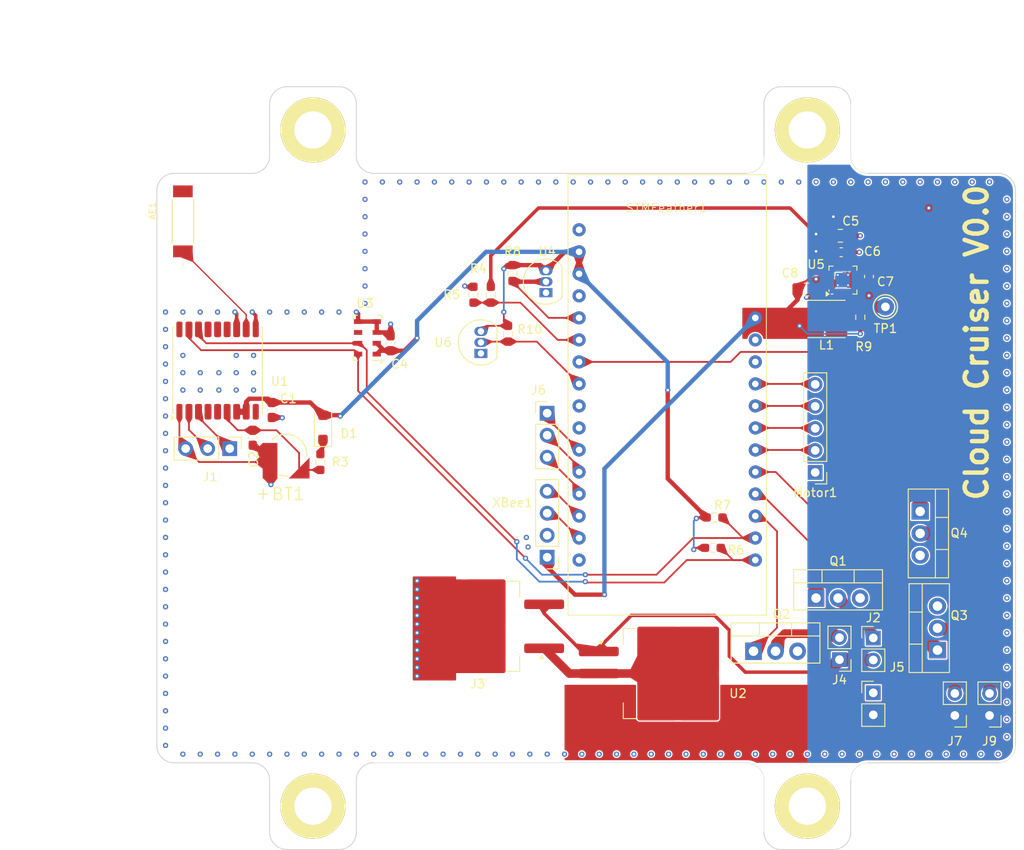
<source format=kicad_pcb>
(kicad_pcb (version 20240108) (generator "pcbnew") (generator_version "8.0")
  (layers (0 "F.Cu" signal) (1 "In1.Cu" signal) (2 "In2.Cu" signal) (31 "B.Cu" signal) (34 "B.Paste" user) (35 "F.Paste" user) (36 "B.SilkS" user "B.Silkscreen") (37 "F.SilkS" user "F.Silkscreen") (38 "B.Mask" user) (39 "F.Mask" user) (44 "Edge.Cuts" user))
  (net 0 "")
  (net 1 "Net-(BT1-+)")
  (net 2 "GND")
  (net 3 "+3.3V")
  (net 4 "+BATT")
  (net 5 "Net-(U5-SS{slash}TR)")
  (net 6 "+5V")
  (net 7 "Net-(D1-K)")
  (net 8 "Net-(J1-Pin_2)")
  (net 9 "Net-(J1-Pin_1)")
  (net 10 "Net-(J2-Pin_1)")
  (net 11 "Net-(J2-Pin_2)")
  (net 12 "Net-(J3-Pin_1)")
  (net 13 "Net-(J4-Pin_2)")
  (net 14 "SPI_MI")
  (net 15 "SPI_SCK")
  (net 16 "SPI_MO")
  (net 17 "/SW")
  (net 18 "NiChr2")
  (net 19 "NiChr1")
  (net 20 "Baro_SDA")
  (net 21 "Baro_SCL")
  (net 22 "Battery_Volt")
  (net 23 "Temp_Data")
  (net 24 "Net-(U5-PG)")
  (net 28 "Net-(AE1-A)")
  (net 34 "Radio_RX")
  (net 35 "Radio_TX")
  (net 36 "motor4")
  (net 37 "motor3")
  (net 38 "motor2")
  (net 42 "motor1")
  (net 45 "Net-(J7-Pin_2)")
  (net 46 "Net-(J9-Pin_2)")
  (net 47 "HeatPad2")
  (net 48 "HeatPad1")
  (net 49 "Temp_Data2")
  (footprint "Inductor_SMD:L_Coilcraft_XxL4040" (layer "F.Cu") (at 177.2 76.8 180)
    (property "Reference" "L1")
    (property "Value" "1uH")
  )
  (footprint "Connector_PinHeader_2.54mm:PinHeader_1x02_P2.54mm_Vertical" (layer "F.Cu") (at 182.6 119.925)
    (property "Reference" "J5")
    (property "Value" "BatteryConn")
  )
  (footprint "mechanical:MountingHole_4.3mm_M4_DIN965_Pad" (layer "F.Cu") (at 175 133 180)
    (property "Reference" "REF**" (hide yes))
    (property "Value" "MountingHole_4.3mm_M4_DIN965_Pad")
  )
  (footprint "Resistor_SMD:R_0603_1608Metric_Pad0.98x0.95mm_HandSolder" (layer "F.Cu") (at 164.1 103.2)
    (property "Reference" "R6")
    (property "Value" "10k")
  )
  (footprint "Capacitor_SMD:C_0603_1608Metric_Pad1.08x0.95mm_HandSolder" (layer "F.Cu") (at 113.25 87.3 -90)
    (property "Reference" "C1")
    (property "Value" "1uF")
  )
  (footprint "Resistor_SMD:R_0603_1608Metric_Pad0.98x0.95mm_HandSolder" (layer "F.Cu") (at 118.85 93.3 90)
    (property "Reference" "R3")
    (property "Value" "3.3k")
  )
  (footprint "Capacitor_SMD:C_0603_1608Metric_Pad1.08x0.95mm_HandSolder" (layer "F.Cu") (at 111.05 90.5 -90)
    (property "Reference" "C2")
    (property "Value" "1uF")
  )
  (footprint "Package_TO_SOT_THT:TO-220-3_Vertical" (layer "F.Cu") (at 168.786676 115.125802)
    (property "Reference" "Q2")
    (property "Value" "IRF540N")
  )
  (footprint "CloudCruiser_footprint:ANT_1575AT_JOT-M" (layer "F.Cu") (at 103 65.537299 90)
    (property "Reference" "AE1")
    (property "Value" "Antenna")
  )
  (footprint "TestPoint:TestPoint_Keystone_5000-5004_Miniature" (layer "F.Cu") (at 184 75.4 180)
    (property "Reference" "TP1")
    (property "Value" "TestPoint")
  )
  (footprint "mechanical:MountingHole_4.3mm_M4_DIN965_Pad" (layer "F.Cu") (at 118 133 180)
    (property "Reference" "REF**" (hide yes))
    (property "Value" "MountingHole_4.3mm_M4_DIN965_Pad")
  )
  (footprint "Resistor_SMD:R_0603_1608Metric_Pad0.98x0.95mm_HandSolder" (layer "F.Cu") (at 181.1 76.6 90)
    (property "Reference" "R9")
    (property "Value" "100k")
  )
  (footprint "Package_TO_SOT_THT:TO-92_Inline" (layer "F.Cu") (at 144.86 73.77 90)
    (property "Reference" "U4")
    (property "Value" "MAX31820")
  )
  (footprint "Connector_PinHeader_2.54mm:PinHeader_1x04_P2.54mm_Vertical" (layer "F.Cu") (at 145 104.29 180)
    (property "Reference" "XBee1")
    (property "Value" "~")
  )
  (footprint "Connector_PinHeader_2.54mm:PinHeader_1x03_P2.54mm_Vertical" (layer "F.Cu") (at 108.4 91.75 -90)
    (property "Reference" "J1")
    (property "Value" "Conn_1x3_Pin")
  )
  (footprint "Connector_PinHeader_2.54mm:PinHeader_1x02_P2.54mm_Vertical" (layer "F.Cu") (at 182.6 113.6)
    (property "Reference" "J2")
    (property "Value" "nichrome_2")
  )
  (footprint "Capacitor_SMD:C_0603_1608Metric_Pad1.08x0.95mm_HandSolder" (layer "F.Cu") (at 178.9 69.1)
    (property "Reference" "C6")
    (property "Value" "0.1uF")
  )
  (footprint "BPP_Lib:BalloonArt_Mask" (layer "F.Cu") (at 188 64.5 90)
    (property "Reference" "REF**" (hide yes))
    (property "Value" "BalloonArt_Mask")
  )
  (footprint "Resistor_SMD:R_0603_1608Metric_Pad0.98x0.95mm_HandSolder" (layer "F.Cu") (at 164.3 99.7)
    (property "Reference" "R7")
    (property "Value" "10k")
  )
  (footprint "Package_LGA:LGA-8_3x5mm_P1.25mm" (layer "F.Cu") (at 124.275 78.975 180)
    (property "Reference" "U3")
    (property "Value" "MS5607-02BA")
  )
  (footprint "Package_TO_SOT_THT:TO-92_Inline" (layer "F.Cu") (at 137.36 80.77 90)
    (property "Reference" "U6")
    (property "Value" "MAX31820")
  )
  (footprint "Connector_PinHeader_2.54mm:PinHeader_1x02_P2.54mm_Vertical" (layer "F.Cu") (at 196 122.54 180)
    (property "Reference" "J9")
    (property "Value" "heatpad2")
  )
  (footprint "Capacitor_SMD:C_0603_1608Metric_Pad1.08x0.95mm_HandSolder" (layer "F.Cu") (at 182.1 71.9 90)
    (property "Reference" "C7")
    (property "Value" "3.3nF")
  )
  (footprint "Connector_PinHeader_2.54mm:PinHeader_1x03_P2.54mm_Vertical" (layer "F.Cu") (at 145 87.67)
    (property "Reference" "J6")
    (property "Value" "SPI")
  )
  (footprint "mechanical:MountingHole_4.3mm_M4_DIN965_Pad" (layer "F.Cu") (at 118 55 180)
    (property "Reference" "REF**" (hide yes))
    (property "Value" "MountingHole_4.3mm_M4_DIN965_Pad")
  )
  (footprint "Resistor_SMD:R_0603_1608Metric_Pad0.98x0.95mm_HandSolder" (layer "F.Cu") (at 141 71.5 90)
    (property "Reference" "R8")
    (property "Value" "4.7k")
  )
  (footprint "Package_DFN_QFN:VQFN-16-1EP_3x3mm_P0.5mm_EP1.68x1.68mm_ThermalVias" (layer "F.Cu") (at 179.1 72.3125 90)
    (property "Reference" "U5")
    (property "Value" "TPS62133")
  )
  (footprint "Resistor_SMD:R_0603_1608Metric_Pad0.98x0.95mm_HandSolder" (layer "F.Cu") (at 138.5 74 90)
    (property "Reference" "R4")
    (property "Value" "15k")
  )
  (footprint "Connector_PinHeader_2.54mm:PinHeader_1x02_P2.54mm_Vertical" (layer "F.Cu") (at 192 122.54 180)
    (property "Reference" "J7")
    (property "Value" "heatpad1")
  )
  (footprint "RF_GPS:ublox_MAX" (layer "F.Cu") (at 107 82.75 90)
    (property "Reference" "U1")
    (property "Value" "MAX-M10S")
  )
  (footprint "mechanical:MountingHole_4.3mm_M4_DIN965_Pad" (layer "F.Cu") (at 175 55 180)
    (property "Reference" "REF**" (hide yes))
    (property "Value" "MountingHole_4.3mm_M4_DIN965_Pad")
  )
  (footprint "Capacitor_SMD:C_0805_2012Metric_Pad1.18x1.45mm_HandSolder" (layer "F.Cu") (at 178.8 67.2)
    (property "Reference" "C5")
    (property "Value" "10uF")
  )
  (footprint "Resistor_SMD:R_0603_1608Metric_Pad0.98x0.95mm_HandSolder" (layer "F.Cu") (at 140.5 78.5 90)
    (property "Reference" "R10")
    (property "Value" "4.7k")
  )
  (footprint "Diode_SMD:D_SOD-123F" (layer "F.Cu") (at 119.15 89.3 90)
    (property "Reference" "D1")
    (property "Value" "D_Schottky")
  )
  (footprint "Connector_PinHeader_2.54mm:PinHeader_1x05_P2.54mm_Vertical" (layer "F.Cu") (at 175.9 94.5 180)
    (property "Reference" "Motor1")
    (property "Value" "~")
  )
  (footprint "Capacitor_SMD:C_0603_1608Metric_Pad1.08x0.95mm_HandSolder" (layer "F.Cu") (at 126.95 79.6 90)
    (property "Reference" "C4")
    (property "Value" "100nf")
  )
  (footprint "CloudCruiser_footprint:Adafruit_FeatherSTM32F405" (layer "F.Cu") (at 158.84 69.05)
    (property "Reference" "STMFeather1")
    (property "Value" "~")
  )
  (footprint "CloudCruiser_footprint:SEIKO_ML414H_IV01E" (layer "F.Cu") (at 114.9 92.5 -90)
    (property "Reference" "BT1")
    (property "Value" "3V")
  )
  (footprint "Package_TO_SOT_SMD:TO-263-3_TabPin2" (layer "F.Cu") (at 158.6 117.7)
    (property "Reference" "U2")
    (property "Value" "LM1084-ADJ")
  )
  (footprint "Package_TO_SOT_THT:TO-220-3_Vertical" (layer "F.Cu") (at 176 109)
    (property "Reference" "Q1")
    (property "Value" "IRF540N")
  )
  (footprint "Connector_PinHeader_2.54mm:PinHeader_1x02_P2.54mm_Vertical" (layer "F.Cu") (at 178.7 116.1 180)
    (property "Reference" "J4")
    (property "Value" "nichrome_1")
  )
  (footprint "Package_TO_SOT_THT:TO-220-3_Vertical" (layer "F.Cu") (at 190 115 90)
    (property "Reference" "Q3")
    (property "Value" "IRF540N")
  )
  (footprint "Package_TO_SOT_SMD:TO-263-2" (layer "F.Cu") (at 137 112.25 180)
    (property "Reference" "J3")
    (property "Value" "idk_con")
  )
  (footprint "Resistor_SMD:R_0603_1608Metric_Pad0.98x0.95mm_HandSolder" (layer "F.Cu") (at 136.5 74 -90)
    (property "Reference" "R5")
    (property "Value" "10k")
  )
  (footprint "Package_TO_SOT_THT:TO-220-3_Vertical" (layer "F.Cu") (at 188 99 -90)
    (property "Reference" "Q4")
    (property "Value" "IRF540N")
  )
  (footprint "Capacitor_SMD:C_0805_2012Metric_Pad1.18x1.45mm_HandSolder" (layer "F.Cu") (at 174.9 73.4 180)
    (property "Reference" "C8")
    (property "Value" "22uF")
  )
  (gr_line (start 115 50) (end 121 50) (stroke (width 0.1)) (layer "Edge.Cuts"))
  (gr_arc (start 170 58) (mid 169.414214 59.414214) (end 168 60) (stroke (width 0.05)) (layer "Edge.Cuts"))
  (gr_arc (start 172 138) (mid 170.585784 137.414215) (end 170 136) (stroke (width 0.1)) (layer "Edge.Cuts"))
  (gr_arc (start 115 138) (mid 113.585784 137.414216) (end 113 136) (stroke (width 0.1)) (layer "Edge.Cuts"))
  (gr_line (start 113 58) (end 113 52) (stroke (width 0.1)) (layer "Edge.Cuts"))
  (gr_line (start 123 52) (end 123 58) (stroke (width 0.1)) (layer "Edge.Cuts"))
  (gr_arc (start 178 50) (mid 179.414214 50.585786) (end 180 52) (stroke (width 0.1)) (layer "Edge.Cuts"))
  (gr_line (start 182 128) (end 197 128) (stroke (width 0.1)) (layer "Edge.Cuts"))
  (gr_line (start 100 62) (end 100 126) (stroke (width 0.1)) (layer "Edge.Cuts"))
  (gr_line (start 102 60) (end 111 60) (stroke (width 0.1)) (layer "Edge.Cuts"))
  (gr_line (start 182 60) (end 197 60) (stroke (width 0.1)) (layer "Edge.Cuts"))
  (gr_arc (start 199 126) (mid 198.414214 127.414214) (end 197 128) (stroke (width 0.05)) (layer "Edge.Cuts"))
  (gr_arc (start 170 52) (mid 170.585786 50.585786) (end 172 50) (stroke (width 0.1)) (layer "Edge.Cuts"))
  (gr_line (start 180 130) (end 180 136) (stroke (width 0.1)) (layer "Edge.Cuts"))
  (gr_line (start 111 128) (end 102 128) (stroke (width 0.1)) (layer "Edge.Cuts"))
  (gr_arc (start 180 130) (mid 180.585786 128.585786) (end 182 128) (stroke (width 0.05)) (layer "Edge.Cuts"))
  (gr_line (start 170 58) (end 170 52) (stroke (width 0.1)) (layer "Edge.Cuts"))
  (gr_arc (start 113 52) (mid 113.585786 50.585786) (end 115 50) (stroke (width 0.1)) (layer "Edge.Cuts"))
  (gr_arc (start 121 50) (mid 122.414214 50.585786) (end 123 52) (stroke (width 0.1)) (layer "Edge.Cuts"))
  (gr_arc (start 102 128) (mid 100.585786 127.414214) (end 100 126) (stroke (width 0.1)) (layer "Edge.Cuts"))
  (gr_arc (start 180 136) (mid 179.414214 137.414214) (end 178 138) (stroke (width 0.1)) (layer "Edge.Cuts"))
  (gr_line (start 113 136) (end 113 130) (stroke (width 0.1)) (layer "Edge.Cuts"))
  (gr_arc (start 123 136) (mid 122.414214 137.414214) (end 121 138) (stroke (width 0.1)) (layer "Edge.Cuts"))
  (gr_line (start 168 128) (end 125 128) (stroke (width 0.05)) (layer "Edge.Cuts"))
  (gr_line (start 121 138) (end 115 138) (stroke (width 0.1)) (layer "Edge.Cuts"))
  (gr_arc (start 100 62) (mid 100.585786 60.585786) (end 102 60) (stroke (width 0.1)) (layer "Edge.Cuts"))
  (gr_arc (start 111 128) (mid 112.414214 128.585786) (end 113 130) (stroke (width 0.1)) (layer "Edge.Cuts"))
  (gr_line (start 125 60) (end 168 60) (stroke (width 0.1)) (layer "Edge.Cuts"))
  (gr_arc (start 197 60) (mid 198.414214 60.585786) (end 199 62) (stroke (width 0.1)) (layer "Edge.Cuts"))
  (gr_line (start 123 130) (end 123 136) (stroke (width 0.1)) (layer "Edge.Cuts"))
  (gr_line (start 178 138) (end 172 138) (stroke (width 0.1)) (layer "Edge.Cuts"))
  (gr_arc (start 113 58) (mid 112.414214 59.414214) (end 111 60) (stroke (width 0.1)) (layer "Edge.Cuts"))
  (gr_arc (start 182 60) (mid 180.585786 59.414214) (end 180 58) (stroke (width 0.05)) (layer "Edge.Cuts"))
  (gr_arc (start 125 60) (mid 123.585785 59.414214) (end 123 58) (stroke (width 0.1)) (layer "Edge.Cuts"))
  (gr_arc (start 168 128) (mid 169.414214 128.585786) (end 170 130) (stroke (width 0.05)) (layer "Edge.Cuts"))
  (gr_line (start 199 126) (end 199 62) (stroke (width 0.1)) (layer "Edge.Cuts"))
  (gr_arc (start 123 130) (mid 123.585786 128.585786) (end 125 128) (stroke (width 0.1)) (layer "Edge.Cuts"))
  (gr_line (start 180 52) (end 180 58) (stroke (width 0.05)) (layer "Edge.Cuts"))
  (gr_line (start 170 136) (end 170 130) (stroke (width 0.05)) (layer "Edge.Cuts"))
  (gr_line (start 172 50) (end 178 50) (stroke (width 0.1)) (layer "Edge.Cuts"))
  (gr_text "Cloud Cruiser V0.0" (at 196 98 90) (layer "F.SilkS") (effects (font (size 2.54 2.54) (thickness 0.508) (bold yes)) (justify left bottom)))
  (segment (start 116.4 92.25) (end 116.4 94) (width 0.2) (layer "F.Cu") (net 1))
  (segment (start 109.3375 89.6375) (end 111.05 89.6375) (width 0.2) (layer "F.Cu") (net 1))
  (segment (start 113.7875 89.6375) (end 116.4 92.25) (width 0.2) (layer "F.Cu") (net 1))
  (segment (start 111.05 89.6375) (end 113.7875 89.6375) (width 0.2) (layer "F.Cu") (net 1))
  (segment (start 117.3875 94.2125) (end 118.85 94.2125) (width 0.2) (layer "F.Cu") (net 1))
  (segment (start 117 94.6) (end 117.3875 94.2125) (width 0.2) (layer "F.Cu") (net 1))
  (segment (start 108.1 88.4) (end 109.3375 89.6375) (width 0.2) (layer "F.Cu") (net 1))
  (segment (start 108.1 87.5) (end 108.1 88.4) (width 0.2) (layer "F.Cu") (net 1))
  (segment (start 116.4 94) (end 117 94.6) (width 0.2) (layer "F.Cu") (net 1))
  (segment (start 114.4125 88.1625) (end 114.45 88.2) (width 0.2) (layer "F.Cu") (net 2))
  (segment (start 177.3 73.4) (end 175.9375 73.4) (width 0.2) (layer "F.Cu") (net 2))
  (segment (start 179.8375 67.2) (end 181.1 67.2) (width 0.4) (layer "F.Cu") (net 2))
  (segment (start 179.1 72.3125) (end 179.69 71.7225) (width 0.2) (layer "F.Cu") (net 2))
  (segment (start 113.15 93.55) (end 113.15 95.9) (width 0.4) (layer "F.Cu") (net 2))
  (segment (start 126.95 78.7375) (end 126.95 77.4) (width 0.5) (layer "F.Cu") (net 2))
  (segment (start 175.9375 72.2625) (end 176 72.2) (width 0.2) (layer "F.Cu") (net 2))
  (segment (start 175.9375 73.4) (end 175.9375 72.2625) (width 0.4) (layer "F.Cu") (net 2))
  (segment (start 178.51 72.9025) (end 177.7975 72.9025) (width 0.2) (layer "F.Cu") (net 2))
  (segment (start 112.9 93.3) (end 113.15 93.55) (width 0.2) (layer "F.Cu") (net 2))
  (segment (start 178.51 72.9025) (end 179.1 72.3125) (width 0.2) (layer "F.Cu") (net 2))
  (segment (start 179.8375 69.025) (end 179.7625 69.1) (width 0.2) (layer "F.Cu") (net 2))
  (segment (start 102.6 91.03) (end 103.32 91.75) (width 0.2) (layer "F.Cu") (net 2))
  (segment (start 111.4 76.4) (end 111 76) (width 0.4) (layer "F.Cu") (net 2))
  (segment (start 113.05 93.15) (end 112.9 93.3) (width 0.2) (layer "F.Cu") (net 2))
  (segment (start 113.25 88.1625) (end 114.4125 88.1625) (width 0.5) (layer "F.Cu") (net 2))
  (segment (start 123.2 77.1) (end 123.2 76.2) (width 0.5) (layer "F.Cu") (net 2))
  (segment (start 113.05 93.15) (end 111.2625 91.3625) (width 0.5) (layer "F.Cu") (net 2))
  (segment (start 125.35 78.35) (end 125.35 77.1) (width 0.5) (layer "F.Cu") (net 2))
  (segment (start 178.51 71.7225) (end 178.51 72.9025) (width 0.2) (layer "F.Cu") (net 2))
  (segment (start 179.69 71.7225) (end 178.51 71.7225) (width 0.2) (layer "F.Cu") (net 2))
  (segment (start 175.8 73.4) (end 174.9 74.3) (width 0.4) (layer "F.Cu") (net 2))
  (segment (start 126.5625 78.35) (end 126.95 78.7375) (width 0.5) (layer "F.Cu") (net 2))
  (segment (start 109.2 78) (end 109.2 76.2) (width 0.4) (layer "F.Cu") (net 2))
  (segment (start 111.2625 91.3625) (end 111.05 91.3625) (width 0.5) (layer "F.Cu") (net 2))
  (segment (start 123.2 76.2) (end 123 76) (width 0.5) (layer "F.Cu") (net 2))
  (segment (start 135.5875 73.0875) (end 135.5 73) (width 0.2) (layer "F.Cu") (net 2))
  (segment (start 178.064386 72.5625) (end 177.6375 72.5625) (width 0.2) (layer "F.Cu") (net 2))
  (segment (start 178.51 71.7225) (end 178.51 72.116886) (width 0.2) (layer "F.Cu") (net 2))
  (segment (start 177.6375 73.0625) (end 177.3 73.4) (width 0.2) (layer "F.Cu") (net 2))
  (segment (start 111.4 78) (end 111.4 76.4) (width 0.4) (layer "F.Cu") (net 2))
  (segment (start 179.8375 67.2) (end 179.8375 69.025) (width 0.2) (layer "F.Cu") (net 2))
  (segment (start 136.5 73.0875) (end 135.5875 73.0875) (width 0.2) (layer "F.Cu") (net 2))
  (segment (start 102.6 87.5) (end 102.6 91.03) (width 0.2) (layer "F.Cu") (net 2))
  (segment (start 103.32 91.75) (end 104.87 93.3) (width 0.2) (layer "F.Cu") (net 2))
  (segment (start 109.2 76.2) (end 109 76) (width 0.4) (layer "F.Cu") (net 2))
  (segment (start 177.7975 72.9025) (end 177.6375 73.0625) (width 0.2) (layer "F.Cu") (net 2))
  (segment (start 175.9375 73.4) (end 175.8 73.4) (width 0.2) (layer "F.Cu") (net 2))
  (segment (start 179.7625 69.1) (end 181 69.1) (width 0.4) (layer "F.Cu") (net 2))
  (segment (start 125.35 78.35) (end 126.5625 78.35) (width 0.5) (layer "F.Cu") (net 2))
  (segment (start 125.35 77.1) (end 123.2 77.1) (width 0.5) (layer "F.Cu") (net 2))
  (segment (start 178.51 72.9025) (end 179.69 72.9025) (width 0.2) (layer "F.Cu") (net 2))
  (segment (start 104.87 93.3) (end 112.9 93.3) (width 0.2) (layer "F.Cu") (net 2))
  (segment (start 178.51 72.116886) (end 178.064386 72.5625) (width 0.2) (layer "F.Cu") (net 2))
  (segment (start 179.69 72.9025) (end 179.1 72.3125) (width 0.2) (layer "F.Cu") (net 2))
  (segment (start 177.6375 73.0625) (end 177.6375 72.5625) (width 0.2) (layer "F.Cu") (net 2))
  (via (at 198 67) (size 0.6) (drill 0.3) (layers "F.Cu" "B.Cu") (net 2))
  (via (at 198 105) (size 0.6) (drill 0.3) (layers "F.Cu" "B.Cu") (net 2))
  (via (at 125 127) (size 0.6) (drill 0.3) (layers "F.Cu" "B.Cu") (net 2))
  (via (at 130 107) (size 0.6) (drill 0.3) (layers "F.Cu" "B.Cu") (net 2))
  (via (at 138 61) (size 0.6) (drill 0.3) (layers "F.Cu" "B.Cu") (net 2))
  (via (at 187 127) (size 0.6) (drill 0.3) (layers "F.Cu" "B.Cu") (net 2))
  (via (at 111.15 85) (size 0.6) (drill 0.3) (layers "F.Cu" "B.Cu") (net 2))
  (via (at 198 121) (size 0.6) (drill 0.3) (layers "F.Cu" "B.Cu") (net 2))
  (via (at 194 61) (size 0.6) (drill 0.3) (layers "F.Cu" "B.Cu") (net 2))
  (via (at 184 61) (size 0.6) (drill 0.3) (layers "F.Cu" "B.Cu") (net 2))
  (via (at 124 65) (size 0.6) (drill 0.3) (layers "F.Cu" "B.Cu") (net 2))
  (via (at 119 76) (size 0.6) (drill 0.3) (layers "F.Cu" "B.Cu") (net 2))
  (via (at 105 127) (size 0.6) (drill 0.3) (layers "F.Cu" "B.Cu") (net 2))
  (via (at 159 127) (size 0.6) (drill 0.3) (layers "F.Cu" "B.Cu") (net 2))
  (via (at 196 61) (size 0.6) (drill 0.3) (layers "F.Cu" "B.Cu") (net 2))
  (via (at 135.5 73) (size 0.6) (drill 0.3) (layers "F.Cu" "B.Cu") (net 2))
  (via (at 198 93) (size 0.6) (drill 0.3) (layers "F.Cu" "B.Cu") (net 2))
  (via (at 124 71) (size 0.6) (drill 0.3) (layers "F.Cu" "B.Cu") (net 2))
  (via (at 103 85) (size 0.6) (drill 0.3) (layers "F.Cu" "B.Cu") (net 2))
  (via (at 152 61) (size 0.6) (drill 0.3) (layers "F.Cu" "B.Cu") (net 2))
  (via (at 130 117) (size 0.6) (drill 0.3) (layers "F.Cu" "B.Cu") (net 2))
  (via (at 173 127) (size 0.6) (drill 0.3) (layers "F.Cu" "B.Cu") (net 2))
  (via (at 111.15 81) (size 0.6) (drill 0.3) (layers "F.Cu" "B.Cu") (net 2))
  (via (at 101 102) (size 0.6) (drill 0.3) (layers "F.Cu" "B.Cu") (net 2))
  (via (at 157 127) (size 0.6) (drill 0.3) (layers "F.Cu" "B.Cu") (net 2))
  (via (at 130 116) (size 0.6) (drill 0.3) (layers "F.Cu" "B.Cu") (net 2))
  (via (at 101 98) (size 0.6) (drill 0.3) (layers "F.Cu" "B.Cu") (net 2))
  (via (at 175 127) (size 0.6) (drill 0.3) (layers "F.Cu" "B.Cu") (net 2))
  (via (at 114.45 88.2) (size 0.6) (drill 0.3) (layers "F.Cu" "B.Cu") (net 2))
  (via (at 103 81) (size 0.6) (drill 0.3) (layers "F.Cu" "B.Cu") (net 2))
  (via (at 171 127) (size 0.6) (drill 0.3) (layers "F.Cu" "B.Cu") (net 2))
  (via (at 113 76) (size 0.6) (drill 0.3) (layers "F.Cu" "B.Cu") (net 2))
  (via (at 124 69) (size 0.6) (drill 0.3) (layers "F.Cu" "B.Cu") (net 2))
  (via (at 130 111) (size 0.6) (drill 0.3) (layers "F.Cu" "B.Cu") (net 2))
  (via (at 162 61) (size 0.6) (drill 0.3) (layers "F.Cu" "B.Cu") (net 2))
  (via (at 189 127) (size 0.6) (drill 0.3) (layers "F.Cu" "B.Cu") (net 2))
  (via (at 147 127) (size 0.6) (drill 0.3) (layers "F.Cu" "B.Cu") (net 2))
  (via (at 130 115) (size 0.6) (drill 0.3) (layers "F.Cu" "B.Cu") (net 2))
  (via (at 101 112) (size 0.6) (drill 0.3) (layers "F.Cu" "B.Cu") (net 2))
  (via (at 198 71) (size 0.6) (drill 0.3) (layers "F.Cu" "B.Cu") (net 2))
  (via (at 139 127) (size 0.6) (drill 0.3) (layers "F.Cu" "B.Cu") (net 2))
  (via (at 198 125) (size 0.6) (drill 0.3) (layers "F.Cu" "B.Cu") (net 2))
  (via (at 192 61) (size 0.6) (drill 0.3) (layers "F.Cu" "B.Cu") (net 2))
  (via (at 178 61) (size 0.6) (drill 0.3) (layers "F.Cu" "B.Cu") (net 2))
  (via (at 158 61) (size 0.6) (drill 0.3) (layers "F.Cu" "B.Cu") (net 2))
  (via (at 177 127) (size 0.6) (drill 0.3) (layers "F.Cu" "B.Cu") (net 2))
  (via (at 153 127) (size 0.6) (drill 0.3) (layers "F.Cu" "B.Cu") (net 2))
  (via (at 198 101) (size 0.6) (drill 0.3) (layers "F.Cu" "B.Cu") (net 2))
  (via (at 124 73) (size 0.6) (drill 0.3) (layers "F.Cu" "B.Cu") (net 2))
  (via (at 130 110) (size 0.6) (drill 0.3) (layers "F.Cu" "B.Cu") (net 2))
  (via (at 103 76) (size 0.6) (drill 0.3) (layers "F.Cu" "B.Cu") (net 2))
  (via (at 101 76) (size 0.6) (drill 0.3) (layers "F.Cu" "B.Cu") (net 2))
  (via (at 198 87) (size 0.6) (drill 0.3) (layers "F.Cu" "B.Cu") (net 2))
  (via (at 109 127) (size 0.6) (drill 0.3) (layers "F.Cu" "B.Cu") (net 2))
  (via (at 113 127) (size 0.6) (drill 0.3) (layers "F.Cu" "B.Cu") (net 2))
  (via (at 198 99) (size 0.6) (drill 0.3) (layers "F.Cu" "B.Cu") (net 2))
  (via (at 191 127) (size 0.6) (drill 0.3) (layers "F.Cu" "B.Cu") (net 2))
  (via (at 103 127) (size 0.6) (drill 0.3) (layers "F.Cu" "B.Cu") (net 2))
  (via (at 182.1 74.1) (size 0.6) (drill 0.3) (layers "F.Cu" "B.Cu") (net 2))
  (via (at 155 127) (size 0.6) (drill 0.3) (layers "F.Cu" "B.Cu") (net 2))
  (via (at 101 110) (size 0.6) (drill 0.3) (layers "F.Cu" "B.Cu") (net 2))
  (via (at 142 61) (size 0.6) (drill 0.3) (layers "F.Cu" "B.Cu") (net 2))
  (via (at 180 61) (size 0.6) (drill 0.3) (layers "F.Cu" "B.Cu") (net 2))
  (via (at 149 127) (size 0.6) (drill 0.3) (layers "F.Cu" "B.Cu") (net 2))
  (via (at 101 84) (size 0.6) (drill 0.3) (layers "F.Cu" "B.Cu") (net 2))
  (via (at 168 61) (size 0.6) (drill 0.3) (layers "F.Cu" "B.Cu") (net 2))
  (via (at 101 92) (size 0.6) (drill 0.3) (layers "F.Cu" "B.Cu") (net 2))
  (via (at 189 64) (size 0.6) (drill 0.3) (layers "F.Cu" "B.Cu") (net 2))
  (via (at 130 113) (size 0.6) (drill 0.3) (layers "F.Cu" "B.Cu") (net 2))
  (via (at 198 65) (size 0.6) (drill 0.3) (layers "F.Cu" "B.Cu") (net 2))
  (via (at 166 61) (size 0.6) (drill 0.3) (layers "F.Cu" "B.Cu") (net 2))
  (via (at 142.6 102) (size 0.6) (drill 0.3) (layers "F.Cu" "B.Cu") (net 2))
  (via (at 150 61) (size 0.6) (drill 0.3) (layers "F.Cu" "B.Cu") (net 2))
  (via (at 148 61) (size 0.6) (drill 0.3) (layers "F.Cu" "B.Cu") (net 2))
  (via (at 109.15 83) (size 0.6) (drill 0.3) (layers "F.Cu" "B.Cu") (net 2))
  (via (at 198 69) (size 0.6) (drill 0.3) (layers "F.Cu" "B.Cu") (net 2))
  (via (at 109.15 81) (size 0.6) (drill 0.3) (layers "F.Cu" "B.Cu") (net 2))
  (via (at 124 61) (size 0.6) (drill 0.3) (layers "F.Cu" "B.Cu") (net 2))
  (via (at 127 127) (size 0.6) (drill 0.3) (layers "F.Cu" "B.Cu") (net 2))
  (via (at 130 61) (size 0.6) (drill 0.3) (layers "F.Cu" "B.Cu") (net 2))
  (via (at 151 127) (size 0.6) (drill 0.3) (layers "F.Cu" "B.Cu") (net 2))
  (via (at 121 76) (size 0.6) (drill 0.3) (layers "F.Cu" "B.Cu") (net 2))
  (via (at 179 127) (size 0.6) (drill 0.3) (layers "F.Cu" "B.Cu") (net 2))
  (via (at 198 83) (size 0.6) (drill 0.3) (layers "F.Cu" "B.Cu") (net 2))
  (via (at 140 61) (size 0.6) (drill 0.3) (layers "F.Cu" "B.Cu") (net 2))
  (via (at 186 61) (size 0.6) (drill 0.3) (layers "F.Cu" "B.Cu") (net 2))
  (via (at 198 73) (size 0.6) (drill 0.3) (layers "F.Cu" "B.Cu") (net 2))
  (via (at 117 76) (size 0.6) (drill 0.3) (layers "F.Cu" "B.Cu") (net 2))
  (via (at 174.9 74.3) (size 0.6) (drill 0.3) (layers "F.Cu" "B.Cu") (net 2))
  (via (at 188 61) (size 0.6) (drill 0.3) (layers "F.Cu" "B.Cu") (net 2))
  (via (at 154 61) (size 0.6) (drill 0.3) (layers "F.Cu" "B.Cu") (net 2))
  (via (at 101 108) (size 0.6) (drill 0.3) (layers "F.Cu" "B.Cu") (net 2))
  (via (at 107 76) (size 0.6) (drill 0.3) (layers "F.Cu" "B.Cu") (net 2))
  (via (at 130 114) (size 0.6) (drill 0.3) (layers "F.Cu" "B.Cu") (net 2))
  (via (at 130 118) (size 0.6) (drill 0.3) (layers "F.Cu" "B.Cu") (net 2))
  (via (at 198 63) (size 0.6) (drill 0.3) (layers "F.Cu" "B.Cu") (net 2))
  (via (at 195 127) (size 0.6) (drill 0.3) (layers "F.Cu" "B.Cu") (net 2))
  (via (at 165 127) (size 0.6) (drill 0.3) (layers "F.Cu" "B.Cu") (net 2))
  (via (at 142.8 103.1) (size 0.6) (drill 0.3) (layers "F.Cu" "B.Cu") (net 2))
  (via (at 101 122) (size 0.6) (drill 0.3) (layers "F.Cu" "B.Cu") (net 2))
  (via (at 128 61) (size 0.6) (drill 0.3) (layers "F.Cu" "B.Cu") (net 2))
  (via (at 146 61) (size 0.6) (drill 0.3) (layers "F.Cu" "B.Cu") (net 2))
  (via (at 101 78) (size 0.6) (drill 0.3) (layers "F.Cu" "B.Cu") (net 2))
  (via (at 198 75) (size 0.6) (drill 0.3) (layers "F.Cu" "B.Cu") (net 2))
  (via (at 198 109) (size 0.6) (drill 0.3) (layers "F.Cu" "B.Cu") (net 2))
  (via (at 198 85) (size 0.6) (drill 0.3) (layers "F.Cu" "B.Cu") (net 2))
  (via (at 198 119) (size 0.6) (drill 0.3) (layers "F.Cu" "B.Cu") (net 2))
  (via (at 145 127) (size 0.6) (drill 0.3) (layers "F.Cu" "B.Cu") (net 2))
  (via (at 130 112) (size 0.6) (drill 0.3) (layers "F.Cu" "B.Cu") (net 2))
  (via (at 134 61) (size 0.6) (drill 0.3) (layers "F.Cu" "B.Cu") (net 2))
  (via (at 107.15 83) (size 0.6) (drill 0.3) (layers "F.Cu" "B.Cu") (net 2))
  (via (at 107.15 85) (size 0.6) (drill 0.3) (layers "F.Cu" "B.Cu") (net 2))
  (via (at 109.15 85) (size 0.6) (drill 0.3) (layers "F.Cu" "B.Cu") (net 2))
  (via (at 123 76) (size 0.6) (drill 0.3) (layers "F.Cu" "B.Cu") (net 2))
  (via (at 115 76) (size 0.6) (drill 0.3) (layers "F.Cu" "B.Cu") (net 2))
  (via (at 198 97) (size 0.6) (drill 0.3) (layers "F.Cu" "B.Cu") (net 2))
  (via (at 182 61) (size 0.6) (drill 0.3) (layers "F.Cu" "B.Cu") (net 2))
  (via (at 117 127) (size 0.6) (drill 0.3) (layers "F.Cu" "B.Cu") (net 2))
  (via (at 129 127) (size 0.6) (drill 0.3) (layers "F.Cu" "B.Cu") (net 2))
  (via (at 198 113) (size 0.6) (drill 0.3) (layers "F.Cu" "B.Cu") (net 2))
  (via (at 161 127) (size 0.6) (drill 0.3) (layers "F.Cu" "B.Cu") (net 2))
  (via (at 190 61) (size 0.6) (drill 0.3) (layers "F.Cu" "B.Cu") (net 2))
  (via (at 181 69.1) (size 0.6) (drill 0.3) (layers "F.Cu" "B.Cu") (net 2))
  (via (at 163 127) (size 0.6) (drill 0.3) (layers "F.Cu" "B.Cu") (net 2))
  (via (at 101 124) (size 0.6) (drill 0.3) (layers "F.Cu" "B.Cu") (net 2))
  (via (at 101 100) (size 0.6) (drill 0.3) (layers "F.Cu" "B.Cu") (net 2))
  (via (at 141 127) (size 0.6) (drill 0.3) (layers "F.Cu" "B.Cu") (net 2))
  (via (at 119 127) (size 0.6) (drill 0.3) (layers "F.Cu" "B.Cu") (net 2))
  (via (at 198 111) (size 0.6) (drill 0.3) (layers "F.Cu" "B.Cu") (net 2))
  (via (at 176 72.2) (size 0.6) (drill 0.3) (layers "F.Cu" "B.Cu") (net 2))
  (via (at 136 61) (size 0.6) (drill 0.3) (layers "F.Cu" "B.Cu") (net 2))
  (via (at 133 127) (size 0.6) (drill 0.3) (layers "F.Cu" "B.Cu") (net 2))
  (via (at 198 95) (size 0.6) (drill 0.3) (layers "F.Cu" "B.Cu") (net 2))
  (via (at 101 94) (size 0.6) (drill 0.3) (layers "F.Cu" "B.Cu") (net 2))
  (via (at 111.15 83) (size 0.6) (drill 0.3) (layers "F.Cu" "B.Cu") (net 2))
  (via (at 105 85) (size 0.6) (drill 0.3) (layers "F.Cu" "B.Cu") (net 2))
  (via (at 126 61) (size 0.6) (drill 0.3) (layers "F.Cu" "B.Cu") (net 2))
  (via (at 105 76) (size 0.6) (drill 0.3) (layers "F.Cu" "B.Cu") (net 2))
  (via (at 101 80) (size 0.6) (drill 0.3) (layers "F.Cu" "B.Cu") (net 2))
  (via (at 101 114) (size 0.6) (drill 0.3) (layers "F.Cu" "B.Cu") (net 2))
  (via (at 103 83) (size 0.6) (drill 0.3) (layers "F.Cu" "B.Cu") (net 2))
  (via (at 101 120) (size 0.6) (drill 0.3) (layers "F.Cu" "B.Cu") (net 2))
  (via (at 101 104) (size 0.6) (drill 0.3) (layers "F.Cu" "B.Cu") (net 2))
  (via (at 172 61) (size 0.6) (drill 0.3) (layers "F.Cu" "B.Cu") (net 2))
  (via (at 101 126) (size 0.6) (drill 0.3) (layers "F.Cu" "B.Cu") (net 2))
  (via (at 124 67) (size 0.6) (drill 0.3) (layers "F.Cu" "B.Cu") (net 2))
  (via (at 198 107) (size 0.6) (drill 0.3) (layers "F.Cu" "B.Cu") (net 2))
  (via (at 101 88) (size 0.6) (drill 0.3) (layers "F.Cu" "B.Cu") (net 2))
  (via (at 101 118) (size 0.6) (drill 0.3) (layers "F.Cu" "B.Cu") (net 2))
  (via (at 111 76) (size 0.6) (drill 0.3) (layers "F.Cu" "B.Cu") (net 2))
  (via (at 198 103) (size 0.6) (drill 0.3) (layers "F.Cu" "B.Cu") (net 2))
  (via (at 198 123) (size 0.6) (drill 0.3) (layers "F.Cu" "B.Cu") (net 2))
  (via (at 132 61) (size 0.6) (drill 0.3) (layers "F.Cu" "B.Cu") (net 2))
  (via (at 160 61) (size 0.6) (drill 0.3) (layers "F.Cu" "B.Cu") (net 2))
  (via (at 121 127) (size 0.6) (drill 0.3) (layers "F.Cu" "B.Cu") (net 2))
  (via (at 109 76) (size 0.6) (drill 0.3) (layers "F.Cu" "B.Cu") (net 2))
  (via (at 107 127) (size 0.6) (drill 0.3) (layers "F.Cu" "B.Cu") (net 2))
  (via (at 130 109) (size 0.6) (drill 0.3) (layers "F.Cu" "B.Cu") (net 2))
  (via (at 156 61) (size 0.6) (drill 0.3) (layers "F.Cu" "B.Cu") (net 2))
  (via (at 198 117) (size 0.6) (drill 0.3) (layers "F.Cu" "B.Cu") (net 2))
  (via (at 164 61) (size 0.6) (drill 0.3) (layers "F.Cu" "B.Cu") (net 2))
  (via (at 135 127) (size 0.6) (drill 0.3) (layers "F.Cu" "B.Cu") (net 2))
  (via (at 198 79) (size 0.6) (drill 0.3) (layers "F.Cu" "B.Cu") (net 2))
  (via (at 174 61) (size 0.6) (drill 0.3) (layers "F.Cu" "B.Cu") (net 2))
  (via (at 105 83) (size 0.6) (drill 0.3) (layers "F.Cu" "B.Cu") (net 2))
  (via (at 176 61) (size 0.6) (drill 0.3) (layers "F.Cu" "B.Cu") (net 2))
  (via (at 131 127) (size 0.6) (drill 0.3) (layers "F.Cu" "B.Cu") (net 2))
  (via (at 144 61) (size 0.6) (drill 0.3) (layers "F.Cu" "B.Cu") (net 2))
  (via (at 101 96) (size 0.6) (drill 0.3) (layers "F.Cu" "B.Cu") (net 2))
  (via (at 185 127) (size 0.6) (drill 0.3) (layers "F.Cu" "B.Cu") (net 2))
  (via (at 130 108) (size 0.6) (drill 0.3) (layers "F.Cu" "B.Cu") (net 2))
  (via (at 170 61) (size 0.6) (drill 0.3) (layers "F.Cu" "B.Cu") (net 2))
  (via (at 101 116) (size 0.6) (drill 0.3) (layers "F.Cu" "B.Cu") (net 2))
  (via (at 198 89) (size 0.6) (drill 0.3) (layers "F.Cu" "B.Cu") (net 2))
  (via (at 193 127) (size 0.6) (drill 0.3) (layers "F.Cu" "B.Cu") (net 2))
  (via (at 113.15 95.9) (size 0.6) (drill 0.3) (layers "F.Cu" "B.Cu") (net 2))
  (via (at 181.1 67.2) (size 0.6) (drill 0.3) (layers "F.Cu" "B.Cu") (net 2))
  (via (at 169 127) (size 0.6) (drill 0.3) (layers "F.Cu" "B.Cu") (net 2))
  (via (at 126.95 77.4) (size 0.6) (drill 0.3) (layers "F.Cu" "B.Cu") (net 2))
  (via (at 101 106) (size 0.6) (drill 0.3) (layers "F.Cu" "B.Cu") (net 2))
  (via (at 198 81) (size 0.6) (drill 0.3) (layers "F.Cu" "B.Cu") (net 2))
  (via (at 183 127) (size 0.6) (drill 0.3) (layers "F.Cu" "B.Cu") (net 2))
  (via (at 137 127) (size 0.6) (drill 0.3) (layers "F.Cu" "B.Cu") (net 2))
  (via (at 198 115) (size 0.6) (drill 0.3) (layers "F.Cu" "B.Cu") (net 2))
  (via (at 124 63) (size 0.6) (drill 0.3) (layers "F.Cu" "B.Cu") (net 2))
  (via (at 181 127) (size 0.6) (drill 0.3) (layers "F.Cu" "B.Cu") (net 2))
  (via (at 167 127) (size 0.6) (drill 0.3) (layers "F.Cu" "B.Cu") (net 2))
  (via (at 198 91) (size 0.6) (drill 0.3) (layers "F.Cu" "B.Cu") (net 2))
  (via (at 124 75) (size 0.6) (drill 0.3) (layers "F.Cu" "B.Cu") (net 2))
  (via (at 115 127) (size 0.6) (drill 0.3) (layers "F.Cu" "B.Cu") (net 2))
  (via (at 111 127) (size 0.6) (drill 0.3) (layers "F.Cu" "B.Cu") (net 2))
  (via (at 101 86) (size 0.6) (drill 0.3) (layers "F.Cu" "B.Cu") (net 2))
  (via (at 197 127) (size 0.6) (drill 0.3) (layers "F.Cu" "B.Cu") (net 2))
  (via (at 143 127) (size 0.6) (drill 0.3) (layers "F.Cu" "B.Cu") (net 2))
  (via (at 101 82) (size 0.6) (drill 0.3) (layers "F.Cu" "B.Cu") (net 2))
  (via (at 101 90) (size 0.6) (drill 0.3) (layers "F.Cu" "B.Cu") (net 2))
  (via (at 198 77) (size 0.6) (drill 0.3) (layers "F.Cu" "B.Cu") (net 2))
  (via (at 123 127) (size 0.6) (drill 0.3) (layers "F.Cu" "B.Cu") (net 2))
  (segment (start 125.7375 80.4625) (end 125.35 80.85) (width 0.5) (layer "F.Cu") (net 3))
  (segment (start 112.8125 86) (end 113.25 86.4375) (width 0.5) (layer "F.Cu") (net 3))
  (segment (start 126.2125 80.4625) (end 125.35 79.6) (width 0.5) (layer "F.Cu") (net 3))
  (segment (start 110.3 86.35) (end 110.65 86) (width 0.5) (layer "F.Cu") (net 3))
  (segment (start 126.95 80.4625) (end 126.2125 80.4625) (width 0.5) (layer "F.Cu") (net 3))
  (segment (start 162.1 103.2) (end 161.9 103.4) (width 0.2) (layer "F.Cu") (net 3))
  (segment (start 140.5 77.5875) (end 138.0025 77.5875) (width 0.2) (layer "F.Cu") (net 3))
  (segment (start 158.9 85) (end 158.9 95.2125) (width 0.5) (layer "F.Cu") (net 3))
  (segment (start 121.05 87.9) (end 121.15 88) (width 0.5) (layer "F.Cu") (net 3))
  (segment (start 163.1875 103.2) (end 162.1 103.2) (width 0.2) (layer "F.Cu") (net 3))
  (segment (start 113.25 86.4375) (end 117.6875 86.4375) (width 0.5) (layer "F.Cu") (net 3))
  (segment (start 147.04 69.05) (end 144.86 71.23) (width 0.5) (layer "F.Cu") (net 3))
  (segment (start 117.6875 86.4375) (end 119.15 87.9) (width 0.5) (layer "F.Cu") (net 3))
  (segment (start 140 77.0875) (end 140 76) (width 0.2) (layer "F.Cu") (net 3))
  (segment (start 126.95 80.4625) (end 128.5375 80.4625) (width 0.5) (layer "F.Cu") (net 3))
  (segment (start 148.68 69.05) (end 148.68 71.59) (width 0.5) (layer "F.Cu") (net 3))
  (segment (start 158.9 95.2125) (end 163.3875 99.7) (width 0.5) (layer "F.Cu") (net 3))
  (segment (start 148.68 69.05) (end 147.04 69.05) (width 0.5) (layer "F.Cu") (net 3))
  (segment (start 141 70.5875) (end 144.2175 70.5875) (width 0.5) (layer "F.Cu") (net 3))
  (segment (start 144.2175 70.5875) (end 144.86 71.23) (width 0.5) (layer "F.Cu") (net 3))
  (segment (start 162.3 99.7) (end 162.2 99.8) (width 0.2) (layer "F.Cu") (net 3))
  (segment (start 109.2 87.5) (end 110.3 87.5) (width 0.5) (layer "F.Cu") (net 3))
  (segment (start 140.4125 70.5875) (end 140 71) (width 0.5) (layer "F.Cu") (net 3))
  (segment (start 119.15 87.9) (end 121.05 87.9) (width 0.5) (layer "F.Cu") (net 3))
  (segment (start 110.65 86) (end 112.8125 86) (width 0.5) (layer "F.Cu") (net 3))
  (segment (start 138.0025 77.5875) (end 137.36 78.23) (width 0.2) (layer "F.Cu") (net 3))
  (segment (start 126.2125 80.4625) (end 125.7375 80.4625) (width 0.5) (layer "F.Cu") (net 3))
  (segment (start 110.3 87.5) (end 110.3 86.35) (width 0.5) (layer "F.Cu") (net 3))
  (segment (start 141 70.5875) (end 140.4125 70.5875) (width 0.5) (layer "F.Cu") (net 3))
  (segment (start 163.3875 99.7) (end 162.3 99.7) (width 0.2) (layer "F.Cu") (net 3))
  (segment (start 128.5375 80.4625) (end 130 79) (width 0.5) (layer "F.Cu") (net 3))
  (segment (start 140.5 77.5875) (end 140 77.0875) (width 0.2) (layer "F.Cu") (net 3))
  (via (at 161.9 103.4) (size 0.6) (drill 0.3) (layers "F.Cu" "B.Cu") (net 3))
  (via (at 121.15 88) (size 0.6) (drill 0.3) (layers "F.Cu" "B.Cu") (net 3))
  (via (at 130 79) (size 0.6) (drill 0.3) (layers "F.Cu" "B.Cu") (net 3))
  (via (at 140 76) (size 0.6) (drill 0.3) (layers "F.Cu" "B.Cu") (net 3))
  (via (at 162.2 99.8) (size 0.6) (drill 0.3) (layers "F.Cu" "B.Cu") (net 3))
  (via (at 140 71) (size 0.6) (drill 0.3) (layers "F.Cu" "B.Cu") (net 3))
  (via (at 158.9 85) (size 0.6) (drill 0.3) (layers "F.Cu" "B.Cu") (net 3))
  (segment (start 148.68 71.59) (end 158.9 81.81) (width 0.5) (layer "B.Cu") (net 3))
  (segment (start 161.9 100.1) (end 162.2 99.8) (width 0.2) (layer "B.Cu") (net 3))
  (segment (start 140 76) (end 140 71) (width 0.2) (layer "B.Cu") (net 3))
  (segment (start 161.9 103.4) (end 161.9 100.1) (width 0.2) (layer "B.Cu") (net 3))
  (segment (start 130 77) (end 130 79) (width 0.5) (layer "B.Cu") (net 3))
  (segment (start 130 79.15) (end 121.15 88) (width 0.5) (layer "B.Cu") (net 3))
  (segment (start 137.95 69.05) (end 148.68 69.05) (width 0.5) (layer "B.Cu") (net 3))
  (segment (start 158.9 81.81) (end 158.9 85) (width 0.5) (layer "B.Cu") (net 3))
  (segment (start 130 77) (end 137.95 69.05) (width 0.5) (layer "B.Cu") (net 3))
  (segment (start 130 79) (end 130 79.15) (width 0.5) (layer "B.Cu") (net 3))
  (segment (start 178.35 69.4125) (end 178.0375 69.1) (width 0.2) (layer "F.Cu") (net 4))
  (segment (start 177.6375 71.5625) (end 178.35 70.85) (width 0.2) (layer "F.Cu") (net 4))
  (segment (start 177.7625 65.2375) (end 178 65) (width 0.2) (layer "F.Cu") (net 4))
  (segment (start 178.35 70.85) (end 178.35 69.4125) (width 0.2) (layer "F.Cu") (net 4))
  (segment (start 177.9375 69) (end 176 69) (width 0.2) (layer "F.Cu") (net 4))
  (segment (start 178.85 70.85) (end 179.35 70.85) (width 0.2) (layer "F.Cu") (net 4))
  (segment (start 138.5 73.0875) (end 138.5 69.5) (width 0.4) (layer "F.Cu") (net 4))
  (segment (start 178.35 70.85) (end 178.85 70.85) (width 0.2) (layer "F.Cu") (net 4))
  (segment (start 177.7625 67.2) (end 177.7625 65.2375) (width 0.2) (layer "F.Cu") (net 4))
  (segment (start 138.5 69.5) (end 144 64) (width 0.4) (layer "F.Cu") (net 4))
  (segment (start 177.7625 67.2) (end 177.7625 68.825) (width 0.2) (layer "F.Cu") (net 4))
  (segment (start 173 64) (end 176 67) (width 0.4) (layer "F.Cu") (net 4))
  (segment (start 177.7625 67.2) (end 176.2 67.2) (width 0.2) (layer "F.Cu") (net 4))
  (segment (start 177.7625 68.825) (end 178.0375 69.1) (width 0.2) (layer "F.Cu") (net 4))
  (segment (start 176.2 67.2) (end 176 67) (width 0.2) (layer "F.Cu") (net 4))
  (segment (start 178.0375 69.1) (end 177.9375 69) (width 0.2) (layer "F.Cu") (net 4))
  (segment (start 144 64) (end 173 64) (width 0.4) (layer "F.Cu") (net 4))
  (via (at 176 69) (size 0.6) (drill 0.3) (layers "F.Cu" "B.Cu") (net 4))
  (via (at 178 65) (size 0.6) (drill 0.3) (layers "F.Cu" "B.Cu") (net 4))
  (via (at 176 67) (size 0.6) (drill 0.3) (layers "F.Cu" "B.Cu") (net 4))
  (segment (start 179.85 70.85) (end 181.9125 70.85) (width 0.2) (layer "F.Cu") (net 5))
  (segment (start 181.9125 70.85) (end 182.1 71.0375) (width 0.2) (layer "F.Cu") (net 5))
  (segment (start 171 76.67) (end 169 76.67) (width 0.5) (layer "F.Cu") (net 6))
  (segment (start 181.1 77.5125) (end 181.1 78.5) (width 0.2) (layer "F.Cu") (net 6))
  (segment (start 173.8625 74.5875) (end 173.8625 73.4) (width 0.5) (layer "F.Cu") (net 6))
  (segment (start 169.13 76.8) (end 169 76.67) (width 0.5) (layer "F.Cu") (net 6))
  (segment (start 173.8625 74.5875) (end 171.78 76.67) (width 0.5) (layer "F.Cu") (net 6))
  (segment (start 174.1 77.6) (end 173.17 76.67) (width 0.2) (layer "F.Cu") (net 6))
  (segment (start 176.5 71.6) (end 175.6625 71.6) (width 0.2) (layer "F.Cu") (net 6))
  (segment (start 145 105.4) (end 148.2 108.6) (width 0.5) (layer "F.Cu") (net 6))
  (segment (start 148.2 108.6) (end 151.6 108.6) (width 0.5) (layer "F.Cu") (net 6))
  (segment (start 171 76.67) (end 175.885 76.67) (width 0.5) (layer "F.Cu") (net 6))
  (segment (start 173.17 76.67) (end 171.78 76.67) (width 0.2) (layer "F.Cu") (net 6))
  (segment (start 171.78 76.67) (end 171 76.67) (width 0.5) (layer "F.Cu") (net 6))
  (segment (start 175.6625 71.6) (end 173.8625 73.4) (width 0.2) (layer "F.Cu") (net 6))
  (segment (start 145 104.29) (end 145 105.4) (width 0.5) (layer "F.Cu") (net 6))
  (segment (start 176.9625 72.0625) (end 176.5 71.6) (width 0.2) (layer "F.Cu") (net 6))
  (segment (start 175.885 76.67) (end 176.015 76.8) (width 0.5) (layer "F.Cu") (net 6))
  (segment (start 177.6375 72.0625) (end 176.9625 72.0625) (width 0.2) (layer "F.Cu") (net 6))
  (via (at 181.1 78.5) (size 0.6) (drill 0.3) (layers "F.Cu" "B.Cu") (net 6))
  (via (at 151.6 108.6) (size 0.6) (drill 0.3) (layers "F.Cu" "B.Cu") (net 6))
  (via (at 174.1 77.6) (size 0.6) (drill 0.3) (layers "F.Cu" "B.Cu") (net 6))
  (segment (start 151.6 108.6) (end 151.6 94.07) (width 0.5) (layer "B.Cu") (net 6))
  (segment (start 151.6 94.07) (end 169 76.67) (width 0.5) (layer "B.Cu") (net 6))
  (segment (start 175 78.5) (end 174.1 77.6) (width 0.2) (layer "B.Cu") (net 6))
  (segment (start 181.1 78.5) (end 175 78.5) (width 0.2) (layer "B.Cu") (net 6))
  (segment (start 119.15 90.7) (end 119.15 92.0875) (width 0.2) (layer "F.Cu") (net 7))
  (segment (start 119.15 92.0875) (end 118.85 92.3875) (width 0.2) (layer "F.Cu") (net 7))
  (segment (start 103.7 89.59) (end 105.86 91.75) (width 0.2) (layer "F.Cu") (net 8))
  (segment (start 103.7 87.5) (end 103.7 89.59) (width 0.2) (layer "F.Cu") (net 8))
  (segment (start 108.4 91.75) (end 104.8 88.15) (width 0.2) (layer "F.Cu") (net 9))
  (segment (start 178.54 109.04) (end 182.6 113.1) (width 0.2) (layer "F.Cu") (net 10))
  (segment (start 178.54 109) (end 178.54 109.04) (width 0.2) (layer "F.Cu") (net 10))
  (segment (start 182.6 113.1) (end 182.6 113.6) (width 0.2) (layer "F.Cu") (net 10))
  (segment (start 149.05 115.16) (end 150.95 115.16) (width 0.4) (layer "F.Cu") (net 11))
  (segment (start 167.84 117.54) (end 177.26 117.54) (width 0.4) (layer "F.Cu") (net 11))
  (segment (start 166 115.7) (end 167.84 117.54) (width 0.4) (layer "F.Cu") (net 11))
  (segment (start 150.95 115.16) (end 150.95 114.75) (width 0.2) (layer "F.Cu") (net 11))
  (segment (start 182.6 116.14) (end 178.74 116.14) (width 1) (layer "F.Cu") (net 11))
  (segment (start 166 112.7) (end 166 115.7) (width 0.4) (layer "F.Cu") (net 11))
  (segment (start 144.65 109.71) (end 144.65 110.76) (width 0.4) (layer "F.Cu") (net 11))
  (segment (start 154.7 111) (end 164.3 111) (width 0.4) (layer "F.Cu") (net 11))
  (segment (start 178.74 116.14) (end 178.7 116.1) (width 0.5) (layer "F.Cu") (net 11))
  (segment (start 150.95 114.75) (end 154.7 111) (width 0.4) (layer "F.Cu") (net 11))
  (segment (start 164.3 111) (end 166 112.7) (width 0.4) (layer "F.Cu") (net 11))
  (segment (start 177.26 117.54) (end 178.7 116.1) (width 0.4) (layer "F.Cu") (net 11))
  (segment (start 144.65 110.76) (end 149.05 115.16) (width 0.4) (layer "F.Cu") (net 11))
  (segment (start 154.9 117.7) (end 150.95 117.7) (width 1) (layer "F.Cu") (net 12))
  (segment (start 144.65 114.79) (end 147.56 117.7) (width 1) (layer "F.Cu") (net 12))
  (segment (start 157.675 114.925) (end 154.9 117.7) (width 0.2) (layer "F.Cu") (net 12))
  (segment (start 147.56 117.7) (end 150.95 117.7) (width 1) (layer "F.Cu") (net 12))
  (segment (start 178.24 113.1) (end 178.7 113.56) (width 1) (layer "F.Cu") (net 13))
  (segment (start 171.326676 114.173324) (end 172.4 113.1) (width 1) (layer "F.Cu") (net 13))
  (segment (start 171.326676 115.125802) (end 171.326676 114.173324) (width 1) (layer "F.Cu") (net 13))
  (segment (start 172.4 113.1) (end 178.24 113.1) (width 1) (layer "F.Cu") (net 13))
  (segment (start 148.68 96.43) (end 148.68 96.99) (width 0.2) (layer "F.Cu") (net 14))
  (segment (start 145 92.75) (end 148.68 96.43) (width 0.2) (layer "F.Cu") (net 14))
  (segment (start 145 88.23) (end 148.68 91.91) (width 0.2) (layer "F.Cu") (net 15))
  (segment (start 145 87.67) (end 145 88.23) (width 0.2) (layer "F.Cu") (net 15))
  (segment (start 145 90.21) (end 148.68 93.89) (width 0.2) (layer "F.Cu") (net 16))
  (segment (start 148.68 93.89) (end 148.68 94.45) (width 0.2) (layer "F.Cu") (net 16))
  (segment (start 178.85 73.775) (end 178.35 73.775) (width 0.2) (layer "F.Cu") (net 17))
  (segment (start 179.35 73.775) (end 178.85 73.775) (width 0.2) (layer "F.Cu") (net 17))
  (segment (start 179.35 74.201886) (end 179.35 73.775) (width 0.2) (layer "F.Cu") (net 17))
  (segment (start 169.69 96.99) (end 176 103.3) (width 0.2) (layer "F.Cu") (net 18))
  (segment (start 169 96.99) (end 169.69 96.99) (width 0.2) (layer "F.Cu") (net 18))
  (segment (start 176 103.3) (end 176 109) (width 0.2) (layer "F.Cu") (net 18))
  (segment (start 171.5 101.3) (end 171.5 112.412478) (width 0.2) (layer "F.Cu") (net 19))
  (segment (start 169 99.53) (end 169.73 99.53) (width 0.2) (layer "F.Cu") (net 19))
  (segment (start 169.73 99.53) (end 171.5 101.3) (width 0.2) (layer "F.Cu") (net 19))
  (segment (start 171.5 112.412478) (end 168.786676 115.125802) (width 0.2) (layer "F.Cu") (net 19))
  (segment (start 161.09 104.61) (end 169 104.61) (width 0.2) (layer "F.Cu") (net 20))
  (segment (start 149.4 107.1) (end 149.5 107.2) (width 0.2) (layer "F.Cu") (net 20))
  (segment (start 124.2 85.2) (end 124.2 80.4) (width 0.2) (layer "F.Cu") (net 20))
  (segment (start 104.8 78.7) (end 105.7 79.6) (width 0.2) (layer "F.Cu") (net 20))
  (segment (start 104.8 78) (end 104.8 78.7) (width 0.2) (layer "F.Cu") (net 20))
  (segment (start 105.7 79.6) (end 123.2 79.6) (width 0.2) (layer "F.Cu") (net 20))
  (segment (start 158.5 107.2) (end 161.09 104.61) (width 0.2) (layer "F.Cu") (net 20))
  (segment (start 123.4 79.6) (end 123.2 79.6) (width 0.2) (layer "F.Cu") (net 20))
  (segment (start 166.4225 104.61) (end 165.0125 103.2) (width 0.2) (layer "F.Cu") (net 20))
  (segment (start 149.5 107.2) (end 158.5 107.2) (width 0.2) (layer "F.Cu") (net 20))
  (segment (start 141.5 102.5) (end 124.2 85.2) (width 0.2) (layer "F.Cu") (net 20))
  (segment (start 124.2 80.4) (end 123.4 79.6) (width 0.2) (layer "F.Cu") (net 20))
  (segment (start 104.8 78) (end 104.8 78.8) (width 0.2) (layer "F.Cu") (net 20))
  (segment (start 169 104.61) (end 166.4225 104.61) (width 0.2) (layer "F.Cu") (net 20))
  (via (at 149.4 107.1) (size 0.6) (drill 0.3) (layers "F.Cu" "B.Cu") (net 20))
  (via (at 141.5 102.5) (size 0.6) (drill 0.3) (layers "F.Cu" "B.Cu") (net 20))
  (segment (start 141.5 104.5) (end 144.1 107.1) (width 0.2) (layer "B.Cu") (net 20))
  (segment (start 141.5 102.5) (end 141.5 104.5) (width 0.2) (layer "B.Cu") (net 20))
  (segment (start 144.1 107.1) (end 149.4 107.1) (width 0.2) (layer "B.Cu") (net 20))
  (segment (start 142.5 104.4) (end 123.2 85.1) (width 0.2) (layer "F.Cu") (net 21))
  (segment (start 149.4 106.3) (end 157.6 106.3) (width 0.2) (layer "F.Cu") (net 21))
  (segment (start 169 102.07) (end 167.5825 102.07) (width 0.2) (layer "F.Cu") (net 21))
  (segment (start 122.75 80.4) (end 123.2 80.85) (width 0.2) (layer "F.Cu") (net 21))
  (segment (start 157.6 106.3) (end 161.83 102.07) (width 0.2) (layer "F.Cu") (net 21))
  (segment (start 161.83 102.07) (end 169 102.07) (width 0.2) (layer "F.Cu") (net 21))
  (segment (start 167.5825 102.07) (end 165.2125 99.7) (width 0.2) (layer "F.Cu") (net 21))
  (segment (start 123.2 85.1) (end 123.2 80.85) (width 0.2) (layer "F.Cu") (net 21))
  (segment (start 103.7 79) (end 105.1 80.4) (width 0.2) (layer "F.Cu") (net 21))
  (segment (start 103.7 78) (end 103.7 79) (width 0.2) (layer "F.Cu") (net 21))
  (segment (start 105.1 80.4) (end 122.75 80.4) (width 0.2) (layer "F.Cu") (net 21))
  (via (at 149.4 106.3) (size 0.6) (drill 0.3) (layers "F.Cu" "B.Cu") (net 21))
  (via (at 142.5 104.4) (size 0.6) (drill 0.3) (layers "F.Cu" "B.Cu") (net 21))
  (segment (start 149.4 106.3) (end 144.4 106.3) (width 0.2) (layer "B.Cu") (net 21))
  (segment (start 144.4 106.3) (end 142.5 104.4) (width 0.2) (layer "B.Cu") (net 21))
  (segment (start 146.21 79.21) (end 148.68 79.21) (width 0.2) (layer "F.Cu") (net 22))
  (segment (start 148.59 79.3) (end 148.68 79.21) (width 0.2) (layer "F.Cu") (net 22))
  (segment (start 141.9125 74.9125) (end 146.21 79.21) (width 0.2) (layer "F.Cu") (net 22))
  (segment (start 136.5 74.9125) (end 138.5 74.9125) (width 0.2) (layer "F.Cu") (net 22))
  (segment (start 138.5 74.9125) (end 141.9125 74.9125) (width 0.2) (layer "F.Cu") (net 22))
  (segment (start 144.86 72.5) (end 141.0875 72.5) (width 0.5) (layer "F.Cu") (net 23))
  (segment (start 148.68 76.67) (end 145.17 76.67) (width 0.2) (layer "F.Cu") (net 23))
  (segment (start 141 72.5) (end 141 72.4125) (width 0.2) (layer "F.Cu") (net 23))
  (segment (start 145.17 76.67) (end 141 72.5) (width 0.2) (layer "F.Cu") (net 23))
  (segment (start 141.0875 72.5) (end 141 72.4125) (width 0.5) (layer "F.Cu") (net 23))
  (segment (start 184 75.4) (end 181.3875 75.4) (width 0.2) (layer "F.Cu") (net 24))
  (segment (start 181.1 75.025) (end 181.1 75.6875) (width 0.2) (layer "F.Cu") (net 24))
  (segment (start 179.85 73.775) (end 181.1 75.025) (width 0.2) (layer "F.Cu") (net 24))
  (segment (start 181.3875 75.4) (end 181.1 75.6875) (width 0.2) (layer "F.Cu") (net 24))
  (segment (start 110.3 78) (end 110.3 76.3) (width 0.15) (layer "F.Cu") (net 28))
  (segment (start 110.3 76.3) (end 103 69) (width 0.15) (layer "F.Cu") (net 28))
  (segment (start 145 96.67) (end 145.82 96.67) (width 0.2) (layer "F.Cu") (net 34))
  (segment (start 145.82 96.67) (end 148.68 99.53) (width 0.2) (layer "F.Cu") (net 34))
  (segment (start 145 99.21) (end 145.82 99.21) (width 0.2) (layer "F.Cu") (net 35))
  (segment (start 145.82 99.21) (end 148.68 102.07) (width 0.2) (layer "F.Cu") (net 35))
  (segment (start 169 84.29) (end 175.85 84.29) (width 0.2) (layer "F.Cu") (net 36))
  (segment (start 175.85 84.29) (end 175.9 84.34) (width 0.2) (layer "F.Cu") (net 36))
  (segment (start 169 86.83) (end 175.85 86.83) (width 0.2) (layer "F.Cu") (net 37))
  (segment (start 175.85 86.83) (end 175.9 86.88) (width 0.2) (layer "F.Cu") (net 37))
  (segment (start 175.85 89.37) (end 175.9 89.42) (width 0.2) (layer "F.Cu") (net 38))
  (segment (start 169 89.37) (end 175.85 89.37) (width 0.2) (layer "F.Cu") (net 38))
  (segment (start 169 91.91) (end 175.85 91.91) (width 0.2) (layer "F.Cu") (net 42))
  (segment (start 175.85 91.91) (end 175.9 91.96) (width 0.2) (layer "F.Cu") (net 42))
  (segment (start 192 113) (end 192 120) (width 1) (layer "F.Cu") (net 45))
  (segment (start 190 112.46) (end 191.46 112.46) (width 1) (layer "F.Cu") (net 45))
  (segment (start 191.46 112.46) (end 192 113) (width 1) (layer "F.Cu") (net 45))
  (segment (start 196 107) (end 190.54 101.54) (width 1) (layer "F.Cu") (net 46))
  (segment (start 196 120) (end 196 107) (width 1) (layer "F.Cu") (net 46))
  (segment (start 190.54 101.54) (end 188 101.54) (width 1) (layer "F.Cu") (net 46))
  (segment (start 169 94.45) (end 171.35 94.45) (width 0.2) (layer "F.Cu") (net 47))
  (segment (start 187.5 110.6) (end 187.5 112.5) (width 0.2) (layer "F.Cu") (net 47))
  (segment (start 187.5 112.5) (end 190 115) (width 0.2) (layer "F.Cu") (net 47))
  (segment (start 171.35 94.45) (end 187.5 110.6) (width 0.2) (layer "F.Cu") (net 47))
  (segment (start 176.5 80.6) (end 187.4 91.5) (width 0.2) (layer "F.Cu") (net 48))
  (segment (start 166.15 81.75) (end 167.3 80.6) (width 0.2) (layer "F.Cu") (net 48))
  (segment (start 188 92.1) (end 188 99) (width 0.2) (layer "F.Cu") (net 48))
  (segment (start 167.3 80.6) (end 176.5 80.6) (width 0.2) (layer "F.Cu") (net 48))
  (segment (start 187.4 91.5) (end 188 92.1) (width 0.2) (layer "F.Cu") (net 48))
  (segment (start 148.68 81.75) (end 166.15 81.75) (width 0.2) (layer "F.Cu") (net 48))
  (segment (start 137.4475 79.4125) (end 137.36 79.5) (width 0.2) (layer "F.Cu") (net 49))
  (segment (start 140.5 79.4125) (end 143.8025 79.4125) (width 0.2) (layer "F.Cu") (net 49))
  (segment (start 143.8025 79.4125) (end 148.68 84.29) (width 0.2) (layer "F.Cu") (net 49))
  (segment (start 140.5 79.4125) (end 137.4475 79.4125) (width 0.2) (layer "F.Cu") (net 49))
  (zone (net 4) (net_name "+BATT") (layer "F.Cu") (name "+BATT") (priority 2) (connect_pads yes (clearance 0.15)) (min_thickness 0.2) (fill yes (thermal_gap 0.5) (thermal_bridge_width 0.5))
    (polygon (pts (xy 175.3 71.8) (xy 175.3 64.1) (xy 179.1 64.1) (xy 179.1 71.2) (xy 178.5 71.8)))
  )
  (zone (net 6) (net_name "+5V") (layer "F.Cu") (name "5V") (connect_pads yes (clearance 0.15)) (min_thickness 0.2) (fill yes (thermal_gap 0.5) (thermal_bridge_width 0.5))
    (polygon (pts (xy 167.5 79.1) (xy 167.5 75.5) (xy 176.9 75.5) (xy 176.9 79.1)))
  )
  (zone (net 2) (net_name "GND") (layer "F.Cu") (name "GND") (connect_pads yes (clearance 0.15)) (min_thickness 0.2) (fill yes (thermal_gap 0.5) (thermal_bridge_width 0.5))
    (polygon (pts (xy 183 74.7) (xy 175.1 74.7) (xy 175.1 70.2) (xy 183 70.2)))
  )
  (zone (net 17) (net_name "/SW") (layer "F.Cu") (name "SW") (priority 1) (connect_pads yes (clearance 0.15)) (min_thickness 0.2) (fill yes (thermal_gap 0.5) (thermal_bridge_width 0.5))
    (polygon (pts (xy 177.1 79.2) (xy 179.6 79.2) (xy 179.6 73.3) (xy 178.3 73.3) (xy 177.1 74.5)))
  )
  (zone (net 2) (net_name "GND") (layer "F.Cu") (name "GND") (priority 3) (connect_pads yes (clearance 0.15)) (min_thickness 0.2) (fill yes (thermal_gap 0.5) (thermal_bridge_width 0.5))
    (polygon (pts (xy 134.5 118.5) (xy 129.5 118.5) (xy 129.5 106.5) (xy 134.5 106.5)))
  )
  (zone (net 2) (net_name "GND") (layer "F.Cu") (name "GND") (connect_pads yes (clearance 0.2)) (min_thickness 0.25) (fill yes (thermal_gap 0.5) (thermal_bridge_width 0.5) (smoothing fillet) (radius 1))
    (polygon (pts (xy 185.5 63) (xy 185.5 66.5) (xy 190.5 66.5) (xy 190.5 63)))
  )
  (zone (net 4) (net_name "+BATT") (layer "F.Cu") (name "BATT") (priority 4) (connect_pads yes (clearance 0.15)) (min_thickness 0.2) (fill yes (thermal_gap 0.5) (thermal_bridge_width 0.5))
    (polygon (pts (xy 200 128) (xy 147 128) (xy 147 119) (xy 200 119)))
  )
  (zone (net 0) (net_name "") (layers "F.Cu" "In1.Cu" "In2.Cu" "B.Cu") (name "ANT Keepout") (connect_pads (clearance 0)) (min_thickness 0.25)
    (keepout (tracks allowed) (vias not_allowed) (pads allowed) (copperpour not_allowed) (footprints allowed))
    (fill (thermal_gap 0.5) (thermal_bridge_width 0.5))
    (polygon (pts (xy 123 59) (xy 123 75) (xy 100 75) (xy 100 59)))
  )
  (zone (net 4) (net_name "+BATT") (layer "B.Cu") (name "BATT") (priority 5) (connect_pads yes (clearance 0.15)) (min_thickness 0.2) (fill yes (thermal_gap 0.5) (thermal_bridge_width 0.5))
    (polygon (pts (xy 200 128) (xy 200 59) (xy 175 59) (xy 175 128)))
  )
)
</source>
